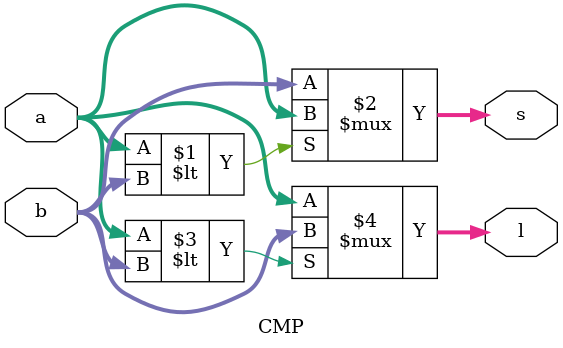
<source format=v>

module CC(
  // Input signals
    opt,
    in_n0, in_n1, in_n2, in_n3, in_n4,  
  // Output signals
    out_n
);

//================================================================
//   INPUT AND OUTPUT DECLARATION                         
//================================================================
input [3:0] in_n0, in_n1, in_n2, in_n3, in_n4;
input [2:0] opt;
output reg [9:0] out_n;                  

//================================================================
//    Wire & Registers 
//================================================================
// Declare the wire/reg you would use in your circuit
// remember 
// wire for port connection and cont. assignment
// reg for proc. assignment
reg [3:0] sort[0:17];
reg [4:0] avg1;
reg signed [4:0] norm[0:4], mul1, mul2;
reg signed [8:0] mul;
reg signed [7:0] add1;
reg signed [9:0] eq1;
reg signed [9:0] add2;
reg signed [4:0] avg2;
reg signed [9:0] eq2;

//================================================================
//    DESIGN
//================================================================

CMP c1(.a(in_n0),    .b(in_n3),    .s(sort[0]),  .l(sort[1]));
CMP c2(.a(in_n1),    .b(in_n4),    .s(sort[2]),  .l(sort[3]));
CMP c3(.a(sort[0]),  .b(in_n2),    .s(sort[4]),  .l(sort[5]));
CMP c4(.a(sort[2]),  .b(sort[1]),  .s(sort[6]),  .l(sort[7]));
CMP c5(.a(sort[4]),  .b(sort[6]),  .s(sort[8]),  .l(sort[9]));
CMP c6(.a(sort[5]),  .b(sort[3]),  .s(sort[10]), .l(sort[11]));
CMP c7(.a(sort[9]),  .b(sort[10]), .s(sort[12]), .l(sort[13]));
CMP c8(.a(sort[7]),  .b(sort[11]), .s(sort[14]), .l(sort[15]));
CMP c9(.a(sort[13]), .b(sort[14]), .s(sort[16]), .l(sort[17]));

always @(*) begin
  if(opt[0]) begin
    avg1 = (sort[8] + sort[15]) >> 1;
  end
  else begin
    avg1 = 0;
  end
end

always @(*) begin
  if(!opt[1]) begin
    norm[0] = sort[8]  - avg1;
    norm[1] = sort[12] - avg1;
    norm[2] = sort[16] - avg1;
    norm[3] = sort[17] - avg1;
    norm[4] = sort[15] - avg1;
  end
  else begin
    norm[0] = sort[15] - avg1;
    norm[1] = sort[17] - avg1;
    norm[2] = sort[16] - avg1;
    norm[3] = sort[12] - avg1;
    norm[4] = sort[8]  - avg1;
  end
end

always @(*) begin
  if(opt[2]) begin
    mul1 = norm[0];
    mul2 = norm[4];
  end
  else begin
    mul1 = norm[1];
    mul2 = norm[2];
  end
end

always @(*) begin
  mul = mul1 * mul2;
  add1 = ((norm[0] + norm[1]) + norm[2] + (norm[3] + norm[4]));
  eq1 = norm[3] * 3 - mul;
  add2 = ((norm[0] + mul) + avg2 * norm[3]);
end

always @(*) begin
  case(add1)
    -8'd19:  avg2 = -3;  -8'd18:  avg2 = -3;  -8'd17: avg2 = -3;  -8'd16: avg2 = -3;
    -8'd15:  avg2 = -3;  -8'd14:  avg2 = -2;  -8'd13: avg2 = -2;  -8'd12: avg2 = -2; -8'd11:  avg2 = -2;
    -8'd10:  avg2 = -2;  -8'd9:   avg2 = -1;  -8'd8:  avg2 = -1;  -8'd7:  avg2 = -1; -8'd6:   avg2 = -1;
    -8'd5:   avg2 = -1;  -8'd4:   avg2 =  0;  -8'd3:  avg2 =  0;  -8'd2:  avg2 =  0; -8'd1:   avg2 =  0; 
     8'd0:   avg2 =  0;   8'd1:   avg2 =  0;   8'd2:  avg2 =  0;   8'd3:  avg2 =  0;  8'd4:   avg2 =  0;
     8'd5:   avg2 =  1;   8'd6:   avg2 =  1;   8'd7:  avg2 =  1;   8'd8:  avg2 =  1;  8'd9:   avg2 =  1;
     8'd10:  avg2 =  2;   8'd11:  avg2 =  2;   8'd12: avg2 =  2;   8'd13: avg2 =  2;  8'd14:  avg2 =  2;
     8'd15:  avg2 =  3;   8'd16:  avg2 =  3;   8'd17: avg2 =  3;   8'd18: avg2 =  3;  8'd19:  avg2 =  3;
     8'd20:  avg2 =  4;   8'd21:  avg2 =  4;   8'd22: avg2 =  4;   8'd23: avg2 =  4;  8'd24:  avg2 =  4;
     8'd25:  avg2 =  5;   8'd26:  avg2 =  5;   8'd27: avg2 =  5;   8'd28: avg2 =  5;  8'd29:  avg2 =  5;
     8'd30:  avg2 =  6;   8'd31:  avg2 =  6;   8'd32: avg2 =  6;   8'd33: avg2 =  6;  8'd34:  avg2 =  6;
     8'd35:  avg2 =  7;   8'd36:  avg2 =  7;   8'd37: avg2 =  7;   8'd38: avg2 =  7;  8'd39:  avg2 =  7;
     8'd40:  avg2 =  8;   8'd41:  avg2 =  8;   8'd42: avg2 =  8;   8'd43: avg2 =  8;  8'd44:  avg2 =  8;
     8'd45:  avg2 =  9;   8'd46:  avg2 =  9;   8'd47: avg2 =  9;   8'd48: avg2 =  9;  8'd49:  avg2 =  9;
     8'd50:  avg2 =  10;  8'd51:  avg2 =  10;  8'd52: avg2 =  10;  8'd53: avg2 =  10; 8'd54:  avg2 =  10;
     8'd55:  avg2 =  11;  8'd56:  avg2 =  11;  8'd57: avg2 =  11;  8'd58: avg2 =  11; 8'd59:  avg2 =  11;
     8'd60:  avg2 =  12;  8'd61:  avg2 =  12;  8'd62: avg2 =  12;  8'd63: avg2 =  12; 8'd64:  avg2 =  12;
     8'd65:  avg2 =  13;  8'd66:  avg2 =  13;  8'd67: avg2 =  13;  8'd68: avg2 =  13; default : avg2 = 0;
  endcase
end

always @(*) begin
  case(add2)
    -10'd50:  eq2 = -16; -10'd49:  eq2 = -16; -10'd48:  eq2 = -16;
    -10'd47:  eq2 = -15; -10'd46:  eq2 = -15; -10'd45:  eq2 = -15;
    -10'd44:  eq2 = -14; -10'd43:  eq2 = -14; -10'd42:  eq2 = -14;
    -10'd41:  eq2 = -13; -10'd40:  eq2 = -13; -10'd39:  eq2 = -13;
    -10'd38:  eq2 = -12; -10'd37:  eq2 = -12; -10'd36:  eq2 = -12;
    -10'd35:  eq2 = -11; -10'd34:  eq2 = -11; -10'd33:  eq2 = -11;
    -10'd32:  eq2 = -10; -10'd31:  eq2 = -10; -10'd30:  eq2 = -10;
    -10'd29:  eq2 = -9;  -10'd28:  eq2 = -9;  -10'd27:  eq2 = -9;
    -10'd26:  eq2 = -8;  -10'd25:  eq2 = -8;  -10'd24:  eq2 = -8;
    -10'd23:  eq2 = -7;  -10'd22:  eq2 = -7;  -10'd21:  eq2 = -7;
    -10'd20:  eq2 = -6;  -10'd19:  eq2 = -6;  -10'd18:  eq2 = -6;
    -10'd17:  eq2 = -5;  -10'd16:  eq2 = -5;  -10'd15:  eq2 = -5;
    -10'd14:  eq2 = -4;  -10'd13:  eq2 = -4;  -10'd12:  eq2 = -4;
    -10'd11:  eq2 = -3;  -10'd10:  eq2 = -3;  -10'd9:   eq2 = -3;
    -10'd8:   eq2 = -2;  -10'd7:   eq2 = -2;  -10'd6:   eq2 = -2;
    -10'd5:   eq2 = -1;  -10'd4:   eq2 = -1;  -10'd3:   eq2 = -1;
    -10'd2:   eq2 =  0;  -10'd1:   eq2 =  0;   10'd0:   eq2 =  0;
     10'd1:   eq2 =  0;   10'd2:   eq2 =  0;   
     10'd3:   eq2 =  1;   10'd4:   eq2 =  1;   10'd5:   eq2 =  1;   
     10'd6:   eq2 =  2;   10'd7:   eq2 =  2;   10'd8:   eq2 =  2;
     10'd9:   eq2 =  3;   10'd10:  eq2 =  3;   10'd11:  eq2 =  3;
     10'd12:  eq2 =  4;   10'd13:  eq2 =  4;   10'd14:  eq2 =  4;
     10'd15:  eq2 =  5;   10'd16:  eq2 =  5;   10'd17:  eq2 =  5;
     10'd18:  eq2 =  6;   10'd19:  eq2 =  6;   10'd20:  eq2 =  6;
     10'd21:  eq2 =  7;   10'd22:  eq2 =  7;   10'd23:  eq2 =  7;
     10'd24:  eq2 =  8;   10'd25:  eq2 =  8;   10'd26:  eq2 =  8;
     10'd27:  eq2 =  9;   10'd28:  eq2 =  9;   10'd29:  eq2 =  9;
     10'd30:  eq2 =  10;  10'd31:  eq2 =  10;  10'd32:  eq2 =  10;
     10'd33:  eq2 =  11;  10'd34:  eq2 =  11;  10'd35:  eq2 =  11;
     10'd36:  eq2 =  12;  10'd37:  eq2 =  12;  10'd38:  eq2 =  12;
     10'd39:  eq2 =  13;  10'd40:  eq2 =  13;  10'd41:  eq2 =  13;
     10'd42:  eq2 =  14;  10'd43:  eq2 =  14;  10'd44:  eq2 =  14;
     10'd45:  eq2 =  15;  10'd46:  eq2 =  15;  10'd47:  eq2 =  15;
     10'd48:  eq2 =  16;  10'd49:  eq2 =  16;  10'd50:  eq2 =  16;
     10'd51:  eq2 =  17;  10'd52:  eq2 =  17;  10'd53:  eq2 =  17;
     10'd54:  eq2 =  18;  10'd55:  eq2 =  18;  10'd56:  eq2 =  18;
     10'd57:  eq2 =  19;  10'd58:  eq2 =  19;  10'd59:  eq2 =  19;
     10'd60:  eq2 =  20;  10'd61:  eq2 =  20;  10'd62:  eq2 =  20;
     10'd63:  eq2 =  21;  10'd64:  eq2 =  21;  10'd65:  eq2 =  21;
     10'd66:  eq2 =  22;  10'd67:  eq2 =  22;  10'd68:  eq2 =  22;
     10'd69:  eq2 =  23;  10'd70:  eq2 =  23;  10'd71:  eq2 =  23;
     10'd72:  eq2 =  24;  10'd73:  eq2 =  24;  10'd74:  eq2 =  24;
     10'd75:  eq2 =  25;  10'd76:  eq2 =  25;  10'd77:  eq2 =  25;
     10'd78:  eq2 =  26;  10'd79:  eq2 =  26;  10'd80:  eq2 =  26;
     10'd81:  eq2 =  27;  10'd82:  eq2 =  27;  10'd83:  eq2 =  27;
     10'd84:  eq2 =  28;  10'd85:  eq2 =  28;  10'd86:  eq2 =  28;
     10'd87:  eq2 =  29;  10'd88:  eq2 =  29;  10'd89:  eq2 =  29;
     10'd90:  eq2 =  30;  10'd91:  eq2 =  30;  10'd92:  eq2 =  30;
     10'd93:  eq2 =  31;  10'd94:  eq2 =  31;  10'd95:  eq2 =  31;
     10'd96:  eq2 =  32;  10'd97:  eq2 =  32;  10'd98:  eq2 =  32;
     10'd99:  eq2 =  33;  10'd100: eq2 =  33;  10'd101: eq2 =  33;
     10'd102: eq2 =  34;  10'd103: eq2 =  34;  10'd104: eq2 =  34;
     10'd105: eq2 =  35;  10'd106: eq2 =  35;  10'd107: eq2 =  35;
     10'd108: eq2 =  36;  10'd109: eq2 =  36;  10'd110: eq2 =  36;
     10'd111: eq2 =  37;  10'd112: eq2 =  37;  10'd113: eq2 =  37;
     10'd114: eq2 =  38;  10'd115: eq2 =  38;  10'd116: eq2 =  38;
     10'd117: eq2 =  39;  10'd118: eq2 =  39;  10'd119: eq2 =  39;
     10'd120: eq2 =  40;  10'd121: eq2 =  40;  10'd122: eq2 =  40;
     10'd123: eq2 =  41;  10'd124: eq2 =  41;  10'd125: eq2 =  41;
     10'd126: eq2 =  42;  10'd127: eq2 =  42;  10'd128: eq2 =  42;
     10'd129: eq2 =  43;  10'd130: eq2 =  43;  10'd131: eq2 =  43;
     10'd132: eq2 =  44;  10'd133: eq2 =  44;  10'd134: eq2 =  44;
     10'd135: eq2 =  45;  10'd136: eq2 =  45;  10'd137: eq2 =  45;
     10'd138: eq2 =  46;  10'd139: eq2 =  46;  10'd140: eq2 =  46;
     10'd141: eq2 =  47;  10'd142: eq2 =  47;  10'd143: eq2 =  47;
     10'd144: eq2 =  48;  10'd145: eq2 =  48;  10'd146: eq2 =  48;
     10'd147: eq2 =  49;  10'd148: eq2 =  49;  10'd149: eq2 =  49;
     10'd150: eq2 =  50;  10'd151: eq2 =  50;  10'd152: eq2 =  50;
     10'd153: eq2 =  51;  10'd154: eq2 =  51;  10'd155: eq2 =  51;
     10'd156: eq2 =  52;  10'd157: eq2 =  52;  10'd158: eq2 =  52;
     10'd159: eq2 =  53;  10'd160: eq2 =  53;  10'd161: eq2 =  53;
     10'd162: eq2 =  54;  10'd163: eq2 =  54;  10'd164: eq2 =  54;
     10'd165: eq2 =  55;  10'd166: eq2 =  55;  10'd167: eq2 =  55;
     10'd168: eq2 =  56;  10'd169: eq2 =  56;  10'd170: eq2 =  56;
     10'd171: eq2 =  57;  10'd172: eq2 =  57;  10'd173: eq2 =  57;
     10'd174: eq2 =  58;  10'd175: eq2 =  58;  10'd176: eq2 =  58;
     10'd177: eq2 =  59;  10'd178: eq2 =  59;  10'd179: eq2 =  59;
     10'd180: eq2 =  60;  10'd181: eq2 =  60;  10'd182: eq2 =  60;
     10'd183: eq2 =  61;  10'd184: eq2 =  61;  10'd185: eq2 =  61;
     10'd186: eq2 =  62;  10'd187: eq2 =  62;  10'd188: eq2 =  62;
     10'd189: eq2 =  63;  10'd190: eq2 =  63;  10'd191: eq2 =  63;
     10'd192: eq2 =  64;  10'd193: eq2 =  64;  10'd194: eq2 =  64;
     10'd195: eq2 =  65;  10'd196: eq2 =  65;  10'd197: eq2 =  65;
     10'd198: eq2 =  66;  10'd199: eq2 =  66;  10'd200: eq2 =  66;
     10'd201: eq2 =  67;  10'd202: eq2 =  67;  10'd203: eq2 =  67;
     10'd204: eq2 =  68;  10'd205: eq2 =  68;  10'd206: eq2 =  68;
     10'd207: eq2 =  69;  10'd208: eq2 =  69;  10'd209: eq2 =  69;
     10'd210: eq2 =  70;  10'd211: eq2 =  70;  10'd212: eq2 =  70;
     10'd213: eq2 =  71;  10'd214: eq2 =  71;  10'd215: eq2 =  71;
     10'd216: eq2 =  72;  10'd217: eq2 =  72;  10'd218: eq2 =  72;
     10'd219: eq2 =  73;  10'd220: eq2 =  73;  10'd221: eq2 =  73;
     10'd222: eq2 =  74;  10'd223: eq2 =  74;  10'd224: eq2 =  74;
     10'd225: eq2 =  75;  10'd226: eq2 =  75;  10'd227: eq2 =  75;
     10'd228: eq2 =  76;  10'd229: eq2 =  76;  10'd230: eq2 =  76;
     10'd231: eq2 =  77;  10'd232: eq2 =  77;  10'd233: eq2 =  77;
     10'd234: eq2 =  78;  10'd235: eq2 =  78;  10'd236: eq2 =  78;
     10'd237: eq2 =  79;  10'd238: eq2 =  79;  10'd239: eq2 =  79;
     10'd240: eq2 =  80;  10'd241: eq2 =  80;  10'd242: eq2 =  80;
     10'd243: eq2 =  81;  10'd244: eq2 =  81;  10'd245: eq2 =  81;
     10'd246: eq2 =  82;  10'd247: eq2 =  82;  10'd248: eq2 =  82;
     10'd249: eq2 =  83;  10'd250: eq2 =  83;  10'd251: eq2 =  83;
     10'd252: eq2 =  84;  10'd253: eq2 =  84;  10'd254: eq2 =  84;
     10'd255: eq2 =  85;  10'd256: eq2 =  85;  10'd257: eq2 =  85;
     10'd258: eq2 =  86;  10'd259: eq2 =  86;  10'd260: eq2 =  86;
     10'd261: eq2 =  87;  10'd262: eq2 =  87;  10'd263: eq2 =  87;
     10'd264: eq2 =  88;  10'd265: eq2 =  88;  10'd266: eq2 =  88;
     10'd267: eq2 =  89;  10'd268: eq2 =  89;  10'd269: eq2 =  89;
     10'd270: eq2 =  90;  10'd271: eq2 =  90;  10'd272: eq2 =  90;
     10'd273: eq2 =  91;  10'd274: eq2 =  91;  10'd275: eq2 =  91;
     10'd276: eq2 =  92;  10'd277: eq2 =  92;  10'd278: eq2 =  92;
     10'd279: eq2 =  93;  10'd280: eq2 =  93;  10'd281: eq2 =  93;
     10'd282: eq2 =  94;  10'd283: eq2 =  94;  10'd284: eq2 =  94;
     10'd285: eq2 =  95;  10'd286: eq2 =  95;  10'd287: eq2 =  95;
     10'd288: eq2 =  96;  10'd289: eq2 =  96;  10'd290: eq2 =  96;
     10'd291: eq2 =  97;  10'd292: eq2 =  97;  10'd293: eq2 =  97;
     10'd294: eq2 =  98;  10'd295: eq2 =  98;  10'd296: eq2 =  98;
     10'd297: eq2 =  99;  10'd298: eq2 =  99;  10'd299: eq2 =  99;
     10'd300: eq2 =  100; 10'd301: eq2 =  100; 10'd302: eq2 =  100;
     10'd303: eq2 =  101; 10'd304: eq2 =  101; 10'd305: eq2 =  101;
     10'd306: eq2 =  102; 10'd307: eq2 =  102; 10'd308: eq2 =  102;
     10'd309: eq2 =  103; 10'd310: eq2 =  103; 10'd311: eq2 =  103;
     10'd312: eq2 =  104; 10'd313: eq2 =  104; 10'd314: eq2 =  104;
     10'd315: eq2 =  105; 10'd316: eq2 =  105; 10'd317: eq2 =  105;
     10'd318: eq2 =  106; 10'd319: eq2 =  106; 10'd320: eq2 =  106;
     10'd321: eq2 =  107; 10'd322: eq2 =  107; 10'd323: eq2 =  107;
     10'd324: eq2 =  108; 10'd325: eq2 =  108; 10'd326: eq2 =  108;
     10'd327: eq2 =  109; 10'd328: eq2 =  109; 10'd329: eq2 =  109;
     10'd330: eq2 =  110; 10'd331: eq2 =  110; 10'd332: eq2 =  110;
     10'd333: eq2 =  111; 10'd334: eq2 =  111; 10'd335: eq2 =  111;
     10'd336: eq2 =  112; 10'd337: eq2 =  112; 10'd338: eq2 =  112;
     10'd339: eq2 =  113; 10'd340: eq2 =  113; 10'd341: eq2 =  113;
     10'd342: eq2 =  114; 10'd343: eq2 =  114; 10'd344: eq2 =  114;
     10'd345: eq2 =  115; 10'd346: eq2 =  115; 10'd347: eq2 =  115;
     10'd348: eq2 =  116; 10'd349: eq2 =  116; 10'd350: eq2 =  116;
     10'd351: eq2 =  117; 10'd352: eq2 =  117; 10'd353: eq2 =  117;
     10'd354: eq2 =  118; 10'd355: eq2 =  118; 10'd356: eq2 =  118;
     10'd357: eq2 =  119; 10'd358: eq2 =  119; 10'd359: eq2 =  119;
     10'd360: eq2 =  120; 10'd361: eq2 =  120; 10'd362: eq2 =  120;
     10'd363: eq2 =  121; 10'd364: eq2 =  121; 10'd365: eq2 =  121;
     10'd366: eq2 =  122; 10'd367: eq2 =  122; 10'd368: eq2 =  122;
     10'd369: eq2 =  123; 10'd370: eq2 =  123; 10'd371: eq2 =  123;
     10'd372: eq2 =  124; 10'd373: eq2 =  124; 10'd374: eq2 =  124;
     10'd375: eq2 =  125; 10'd376: eq2 =  125; 10'd377: eq2 =  125;
     10'd378: eq2 =  126; 10'd379: eq2 =  126; 10'd380: eq2 =  126;
     10'd381: eq2 =  127; 10'd382: eq2 =  127; 10'd383: eq2 =  127;
     10'd384: eq2 =  128; 10'd385: eq2 =  128; 10'd386: eq2 =  128;
     10'd387: eq2 =  129; 10'd388: eq2 =  129; 10'd389: eq2 =  129;
     10'd390: eq2 =  130; 10'd391: eq2 =  130; 10'd392: eq2 =  130;
     10'd393: eq2 =  131; 10'd394: eq2 =  131; 10'd395: eq2 =  131;
     10'd396: eq2 =  132; 10'd397: eq2 =  132; 10'd398: eq2 =  132;
     10'd399: eq2 =  133; 10'd400: eq2 =  133; 10'd401: eq2 =  133;
     10'd402: eq2 =  134; 10'd403: eq2 =  134; 10'd404: eq2 =  134;
     10'd405: eq2 =  135; 10'd406: eq2 =  135; 10'd407: eq2 =  135;
     10'd408: eq2 =  136; 10'd409: eq2 =  136; 10'd410: eq2 =  136;
     10'd411: eq2 =  137; 10'd412: eq2 =  137; 10'd413: eq2 =  137;
     10'd414: eq2 =  138; 10'd415: eq2 =  138; 10'd416: eq2 =  138;
     10'd417: eq2 =  139; 10'd418: eq2 =  139; 10'd419: eq2 =  139;
     default: eq2 =  0;
  endcase
end

always @(*) begin
  if(opt[2]) begin
    if(eq1[9]) begin
      out_n = -eq1;
    end
    else begin
      out_n = eq1;
    end
  end
  else begin
    out_n = eq2;
  end
end

endmodule

//================================================================
//    Self Define Module
//================================================================
module CMP(
  // Input signals
    a, b,
  // Output signals
    s, l
);

input  [3:0] a, b;
output [3:0] s, l;

assign s = (a < b)? a : b;
assign l = (a < b)? b : a;

endmodule

</source>
